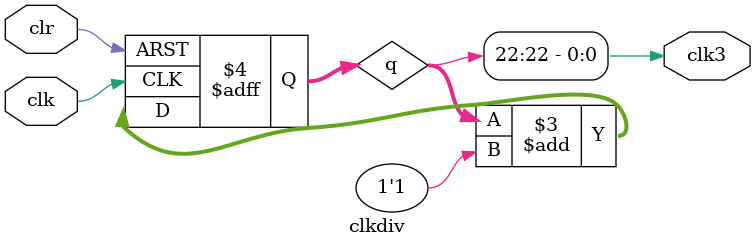
<source format=v>
`timescale 1ns / 1ps
module clkdiv(
	input wire clk,
	input wire clr,
	output wire clk3
	);
	
reg [25:0] q;

always @(posedge clk or negedge clr)
	begin
		if(clr==0)
			q<=0;
		else
			q <= q+1'b1;
	end
assign clk3 = q[22];
endmodule


</source>
